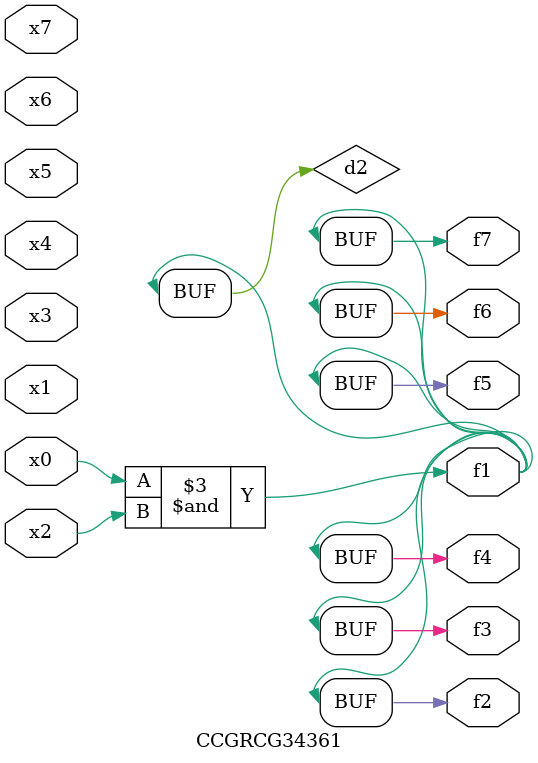
<source format=v>
module CCGRCG34361(
	input x0, x1, x2, x3, x4, x5, x6, x7,
	output f1, f2, f3, f4, f5, f6, f7
);

	wire d1, d2;

	nor (d1, x3, x6);
	and (d2, x0, x2);
	assign f1 = d2;
	assign f2 = d2;
	assign f3 = d2;
	assign f4 = d2;
	assign f5 = d2;
	assign f6 = d2;
	assign f7 = d2;
endmodule

</source>
